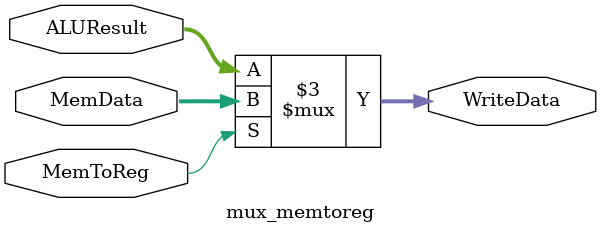
<source format=v>
module mux_memtoreg (
    input wire [31:0] ALUResult, MemData,
    input wire MemToReg,
    output reg [31:0] WriteData
);
    always @(*) begin
        if (MemToReg) 
            WriteData = MemData;
        else 
            WriteData = ALUResult;
    end
endmodule
</source>
